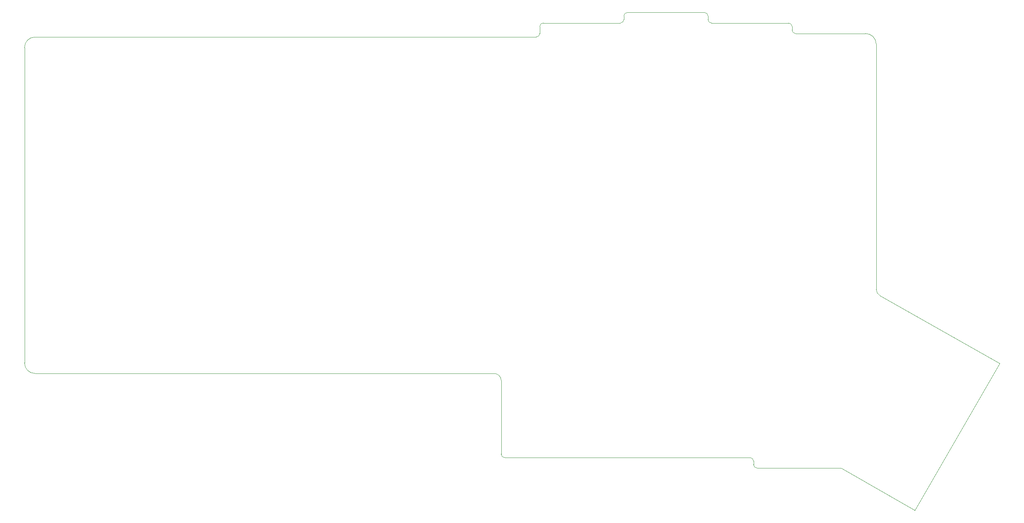
<source format=gbr>
%TF.GenerationSoftware,KiCad,Pcbnew,(5.1.9-0-10_14)*%
%TF.CreationDate,2021-04-19T01:20:52-05:00*%
%TF.ProjectId,wren-left-top,7772656e-2d6c-4656-9674-2d746f702e6b,rev?*%
%TF.SameCoordinates,Original*%
%TF.FileFunction,Profile,NP*%
%FSLAX46Y46*%
G04 Gerber Fmt 4.6, Leading zero omitted, Abs format (unit mm)*
G04 Created by KiCad (PCBNEW (5.1.9-0-10_14)) date 2021-04-19 01:20:52*
%MOMM*%
%LPD*%
G01*
G04 APERTURE LIST*
%TA.AperFunction,Profile*%
%ADD10C,0.050000*%
%TD*%
G04 APERTURE END LIST*
D10*
X230198952Y-84146347D02*
X230175500Y-28575000D01*
X258127500Y-100933250D02*
X238950500Y-134207250D01*
X258127500Y-100933250D02*
X231076500Y-85566250D01*
X211931250Y-26193750D02*
X227795000Y-26194500D01*
X227795000Y-26194500D02*
G75*
G02*
X230175500Y-28575000I0J-2380500D01*
G01*
X222250000Y-124618750D02*
X238950500Y-134207250D01*
X143668750Y-103187500D02*
X118268750Y-103187500D01*
X143668750Y-103187500D02*
G75*
G02*
X145256250Y-104775000I0J-1587500D01*
G01*
X145256250Y-121443750D02*
X145256250Y-104775000D01*
X118268750Y-103187500D02*
X39687500Y-103187500D01*
X146050000Y-122237500D02*
X165100000Y-122237500D01*
X173037500Y-22225000D02*
X173037500Y-23018750D01*
X203200000Y-124618750D02*
X222250000Y-124618750D01*
X202406250Y-123031250D02*
X202406250Y-123825000D01*
X203200000Y-124618750D02*
G75*
G02*
X202406250Y-123825000I0J793750D01*
G01*
X201612500Y-122237500D02*
G75*
G02*
X202406250Y-123031250I0J-793750D01*
G01*
X165100000Y-122237500D02*
X201612500Y-122237500D01*
X146050000Y-122237500D02*
G75*
G02*
X145256250Y-121443750I0J793750D01*
G01*
X231076500Y-85566250D02*
G75*
G02*
X230198952Y-84146347I709952J1419903D01*
G01*
X211137500Y-24606250D02*
X211137500Y-25400000D01*
X192881250Y-23812500D02*
X210343750Y-23812500D01*
X192087500Y-22225000D02*
X192087500Y-23018750D01*
X173831250Y-21431250D02*
X191293750Y-21431250D01*
X154781250Y-23812500D02*
X172243750Y-23812500D01*
X153987500Y-26193750D02*
X153987500Y-24606250D01*
X39687500Y-26987500D02*
X153193750Y-26987500D01*
X211931250Y-26193750D02*
G75*
G02*
X211137500Y-25400000I0J793750D01*
G01*
X210343750Y-23812500D02*
G75*
G02*
X211137500Y-24606250I0J-793750D01*
G01*
X192881250Y-23812500D02*
G75*
G02*
X192087500Y-23018750I0J793750D01*
G01*
X191293750Y-21431250D02*
G75*
G02*
X192087500Y-22225000I0J-793750D01*
G01*
X153987500Y-24606250D02*
G75*
G02*
X154781250Y-23812500I793750J0D01*
G01*
X153987500Y-26193750D02*
G75*
G02*
X153193750Y-26987500I-793750J0D01*
G01*
X173037500Y-22225000D02*
G75*
G02*
X173831250Y-21431250I793750J0D01*
G01*
X173037500Y-23018750D02*
G75*
G02*
X172243750Y-23812500I-793750J0D01*
G01*
X37306250Y-100806250D02*
X37306250Y-29368750D01*
X39687500Y-103187500D02*
G75*
G02*
X37306250Y-100806250I0J2381250D01*
G01*
X37306250Y-29368750D02*
G75*
G02*
X39687500Y-26987500I2381250J0D01*
G01*
M02*

</source>
